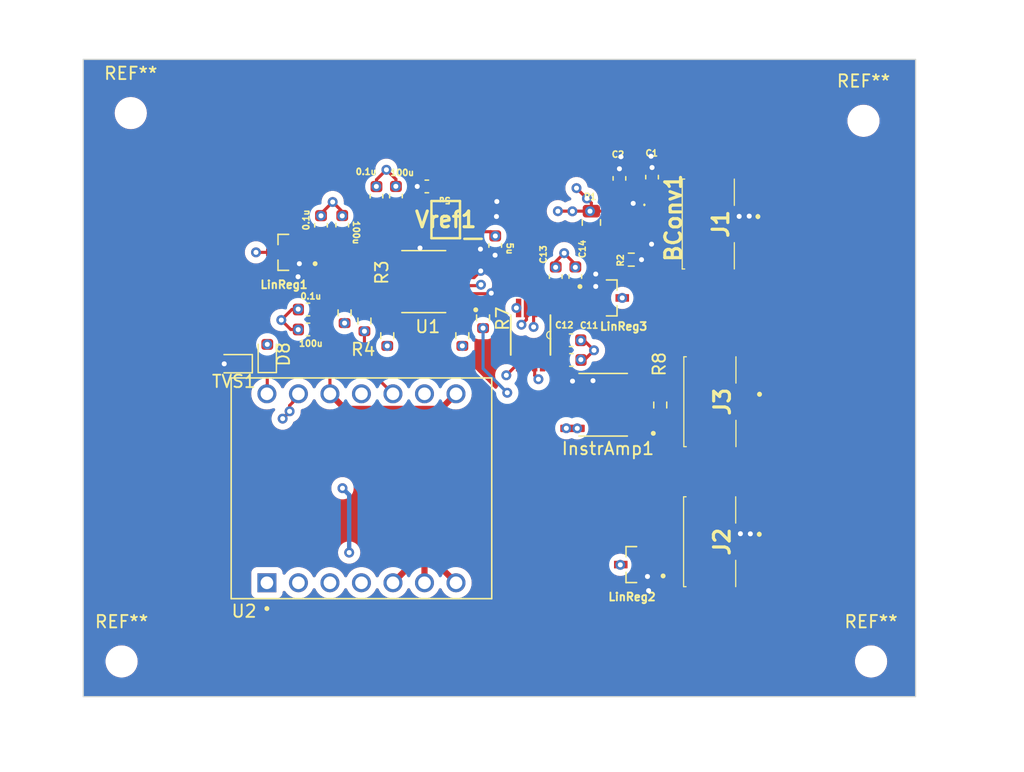
<source format=kicad_pcb>
(kicad_pcb (version 20221018) (generator pcbnew)
  (layers (0 "F.Cu" signal) (1 "In1.Cu" signal) (2 "In2.Cu" signal) (31 "B.Cu" signal) (34 "B.Paste" user) (35 "F.Paste" user) (36 "B.SilkS" user "B.Silkscreen") (37 "F.SilkS" user "F.Silkscreen") (38 "B.Mask" user) (39 "F.Mask" user) (44 "Edge.Cuts" user))
  (net 0 "")
  (net 1 "Net-(BConv1-VIN)")
  (net 2 "GND")
  (net 3 "5.5V")
  (net 4 "Net-(BConv1-FB)")
  (net 7 "3v3")
  (net 8 "GND1")
  (net 9 "Net-(U1-REFP0)")
  (net 10 "Net-(LinReg1-VOUT)")
  (net 11 "Net-(DAC1-VOUT)")
  (net 12 "Net-(D8-K)")
  (net 13 "Net-(DAC1-VDD)")
  (net 14 "CS-DAC")
  (net 15 "SClk")
  (net 16 "MOSI")
  (net 17 "DacLoad")
  (net 18 "Net-(InstrAmp1--IN)")
  (net 19 "Net-(InstrAmp1-RG_1)")
  (net 20 "Net-(InstrAmp1-RG_2)")
  (net 21 "Net-(InstrAmp1-+IN)")
  (net 22 "AmplifiedSig")
  (net 23 "Net-(J2-Pin_2)")
  (net 24 "Net-(U1-~{DRDY})")
  (net 25 "Ready")
  (net 26 "Net-(U1-DOUT{slash}~DRDY)")
  (net 27 "MISO")
  (net 28 "Net-(U1-SCLK)")
  (net 29 "Net-(U1-DIN)")
  (net 30 "Net-(U1-~{CS})")
  (net 33 "CS-ADC")
  (footprint "Capacitor_SMD:C_0603_1608Metric" (layer "F.Cu") (at 121.22 117.46)
    (fp_text reference "C12")
    (fp_text value "100uF" hide)
  )
  (footprint "Resistor_SMD:R_0603_1608Metric" (layer "F.Cu") (at 102.94 113.66 -90)
    (fp_text reference "R3")
    (fp_text value "47" hide)
  )
  (footprint "Capacitor_SMD:C_0603_1608Metric" (layer "F.Cu") (at 107.08 104.24 90)
    (fp_text reference "C10" hide)
    (fp_text value "100uF" hide)
  )
  (footprint "Capacitor_SMD:C_0603_1608Metric" (layer "F.Cu") (at 125.09 102.815 90)
    (fp_text reference "C2")
    (fp_text value "47uF" hide)
  )
  (footprint "Capacitor_SMD:C_0603_1608Metric" (layer "F.Cu") (at 127.72 102.715 -90)
    (fp_text reference "C1")
    (fp_text value "22uF" hide)
  )
  (footprint "Capacitor_SMD:C_0603_1608Metric" (layer "F.Cu") (at 121.2 115.87)
    (fp_text reference "C11")
    (fp_text value "0.1uF" hide)
  )
  (footprint "Capacitor_SMD:C_0603_1608Metric" (layer "F.Cu") (at 121.5375 110.73 90)
    (fp_text reference "C14")
    (fp_text value "100uF" hide)
  )
  (footprint "Resistor_SMD:R_0603_1608Metric" (layer "F.Cu") (at 114.1 114.065 -90)
    (fp_text reference "R7")
    (fp_text value "47" hide)
  )
  (footprint "Resistor_SMD:R_0603_1608Metric" (layer "F.Cu") (at 112.43 115.5 -90)
    (fp_text reference "R5" hide)
    (fp_text value "47" hide)
  )
  (footprint "21xt_footprints:TPSM83100SIUR" (layer "F.Cu") (at 126.2 106.4 -90)
    (fp_text reference "BConv1")
    (fp_text value "TPSM83100SIUR" hide)
  )
  (footprint "21xt_footprints:SOT91P240X110-3N" (layer "F.Cu") (at 98.225 108.78 180)
    (fp_text reference "LinReg1")
    (fp_text value "AP2120N-5.0TRG1" hide)
  )
  (footprint "21xt_footprints:MOLEX_2pinSMD" (layer "F.Cu") (at 133.38 120.825 -90)
    (fp_text reference "J3")
    (fp_text value "GenConn2" hide)
  )
  (footprint "Diode_SMD:D_0603_1608Metric" (layer "F.Cu") (at 94.02 117.76 180)
    (fp_text reference "TVS1")
    (fp_text value "1.5KExxA" hide)
  )
  (footprint "MountingHole:MountingHole_2.1mm" (layer "F.Cu") (at 145.37 141.77)
    (fp_text reference "REF**")
    (fp_text value "MountingHole_2.1mm" hide)
  )
  (footprint "21xt_footprints:MOLEX_2pinSMD" (layer "F.Cu") (at 133.25 106.495 -90)
    (fp_text reference "J1")
    (fp_text value "GenConn3" hide)
  )
  (footprint "21xt_footprints:SOT91P240X110-3N" (layer "F.Cu") (at 124.2475 112.455)
    (fp_text reference "LinReg3")
    (fp_text value "AP2120N-5.0TRG1")
  )
  (footprint "21xt_footprints:SOP65P640X120-16N" (layer "F.Cu") (at 109.32 111.14 180)
    (fp_text reference "U1")
    (fp_text value "ADS1120")
  )
  (footprint "Resistor_SMD:R_0603_1608Metric" (layer "F.Cu") (at 104.54 114.315 -90)
    (fp_text reference "R4")
    (fp_text value "47" hide)
  )
  (footprint "Capacitor_SMD:C_0603_1608Metric" (layer "F.Cu") (at 115.08 108.23 90)
    (fp_text reference "C5" hide)
    (fp_text value "5uF" hide)
  )
  (footprint "Resistor_SMD:R_0805_2012Metric" (layer "F.Cu") (at 122.83 106.37 -90)
    (fp_text reference "R1")
    (fp_text value "806k" hide)
  )
  (footprint "MountingHole:MountingHole_2.1mm" (layer "F.Cu") (at 85.71 97.55)
    (fp_text reference "REF**")
    (fp_text value "MountingHole_2.1mm" hide)
  )
  (footprint "Capacitor_SMD:C_0603_1608Metric" (layer "F.Cu") (at 102.75 106.585 90)
    (fp_text reference "C7" hide)
    (fp_text value "0.1uF" hide)
  )
  (footprint "Resistor_SMD:R_0603_1608Metric" (layer "F.Cu") (at 106.38 115.5 -90)
    (fp_text reference "R6" hide)
    (fp_text value "47" hide)
  )
  (footprint "MountingHole:MountingHole_2.1mm" (layer "F.Cu") (at 84.97 141.77)
    (fp_text reference "REF**")
    (fp_text value "MountingHole_2.1mm" hide)
  )
  (footprint "21xt_footprints:AD5626" (layer "F.Cu") (at 117.93 115.45 -90)
    (fp_text reference "DAC1" hide)
    (fp_text value "AD5626BRMZ" hide)
  )
  (footprint "Capacitor_SMD:C_0603_1608Metric" (layer "F.Cu") (at 101.04 106.595 90)
    (fp_text reference "C8" hide)
    (fp_text value "100uF" hide)
  )
  (footprint "MountingHole:MountingHole_2.1mm" (layer "F.Cu") (at 144.76 98.17)
    (fp_text reference "REF**")
    (fp_text value "MountingHole_2.1mm" hide)
  )
  (footprint "21xt_footprints:MOLEX_2pinSMD" (layer "F.Cu") (at 133.36 132.115 -90)
    (fp_text reference "J2")
    (fp_text value "GenConn1" hide)
  )
  (footprint "Resistor_SMD:R_0603_1608Metric" (layer "F.Cu") (at 126.045 109.37)
    (fp_text reference "R2")
    (fp_text value "80.6k" hide)
  )
  (footprint "Capacitor_SMD:C_0603_1608Metric" (layer "F.Cu") (at 99.99 113.39 180)
    (fp_text reference "C4" hide)
    (fp_text value "100uF" hide)
  )
  (footprint "21xt_footprints:SOT91P240X110-3N" (layer "F.Cu") (at 126.27 133.96 180)
    (fp_text reference "LinReg2")
    (fp_text value "AP2120N-5.0TRG1")
  )
  (footprint "21xt_footprints:MODULE_102010388" (layer "F.Cu") (at 104.3 127.8075 90)
    (fp_text reference "U2")
    (fp_text value "102010388" hide)
  )
  (footprint "Resistor_SMD:R_0603_1608Metric" (layer "F.Cu") (at 128.38 121.09 90)
    (fp_text reference "R8")
    (fp_text value "24.7" hide)
  )
  (footprint "21xt_footprints:INA821" (layer "F.Cu") (at 123.78 121.07 180)
    (fp_text reference "InstrAmp1")
    (fp_text value "INA821IDGKT" hide)
  )
  (footprint "Capacitor_SMD:C_0603_1608Metric" (layer "F.Cu") (at 99.99 115 180)
    (fp_text reference "C3" hide)
    (fp_text value "0.1uF" hide)
  )
  (footprint "Capacitor_SMD:C_0603_1608Metric" (layer "F.Cu") (at 119.9575 110.735 90)
    (fp_text reference "C13")
    (fp_text value "0.1uF" hide)
  )
  (footprint "Capacitor_SMD:C_0603_1608Metric" (layer "F.Cu") (at 109.57 103.465 180)
    (fp_text reference "C6" hide)
    (fp_text value "5uF" hide)
  )
  (footprint "Capacitor_SMD:C_0603_1608Metric" (layer "F.Cu") (at 105.51 104.25 90)
    (fp_text reference "C9" hide)
    (fp_text value "0.1uF" hide)
  )
  (footprint "21xt_footprints:REF70" (layer "F.Cu") (at 111.09 106.14 180)
    (fp_text reference "Vref1")
    (fp_text value "REF7050QDGKR" hide)
  )
  (footprint "Diode_SMD:D_0603_1608Metric" (layer "F.Cu") (at 96.71 116.99 90)
    (fp_text reference "D8")
    (fp_text value "Schottky" hide)
  )
  (gr_rect (start 81.88 93.22) (end 148.96 144.61) (stroke (width 0.1)) (fill none) (layer "Edge.Cuts"))
  (gr_text "0.1u" (at 99.84 106.17 90) (layer "F.SilkS") (effects (font (size 0.5 0.5) (thickness 0.125))))
  (gr_text "0.1u" (at 104.67 102.275) (layer "F.SilkS") (effects (font (size 0.5 0.5) (thickness 0.125))))
  (gr_text "5u" (at 111.015 104.585 180) (layer "F.SilkS") (effects (font (size 0.5 0.5) (thickness 0.125))))
  (gr_text "100u" (at 107.58 102.355) (layer "F.SilkS") (effects (font (size 0.5 0.5) (thickness 0.125))))
  (gr_text "5u" (at 116.25731 108.475 -90) (layer "F.SilkS") (effects (font (size 0.5 0.5) (thickness 0.125))))
  (gr_text "0.1u" (at 100.22 112.32) (layer "F.SilkS") (effects (font (size 0.5 0.5) (thickness 0.125))))
  (gr_text "100u" (at 103.88 107.185 -90) (layer "F.SilkS") (effects (font (size 0.5 0.5) (thickness 0.125))))
  (gr_text "100u" (at 100.22 116.13) (layer "F.SilkS") (effects (font (size 0.5 0.5) (thickness 0.125))))
  (segment (start 135.15 107.12) (end 131.35 107.12) (width 0.25) (layer "F.Cu") (net 1))
  (segment (start 127.1 104.11) (end 127.72 103.49) (width 0.25) (layer "F.Cu") (net 1))
  (segment (start 127.1 105.8) (end 127.1 104.11) (width 0.25) (layer "F.Cu") (net 1))
  (segment (start 131.35 107.12) (end 127.72 103.49) (width 0.25) (layer "F.Cu") (net 1))
  (segment (start 113.29 105.165) (end 114.725 105.165) (width 0.25) (layer "F.Cu") (net 2))
  (segment (start 123.18 110.53) (end 123.18 110.2475) (width 0.25) (layer "F.Cu") (net 2))
  (segment (start 123.1775 111.54) (end 123.1775 111.5325) (width 0.25) (layer "F.Cu") (net 2))
  (segment (start 127.72 101.11) (end 127.64 101.03) (width 0.25) (layer "F.Cu") (net 2))
  (segment (start 127.34 134.91) (end 127.35 134.92) (width 0.25) (layer "F.Cu") (net 2))
  (segment (start 99.38 109.695) (end 99.405 109.72) (width 0.25) (layer "F.Cu") (net 2))
  (segment (start 105.655 110.165) (end 106.45 110.165) (width 0.25) (layer "F.Cu") (net 2))
  (segment (start 114.375 109.005) (end 113.89 108.52) (width 0.25) (layer "F.Cu") (net 2))
  (segment (start 125.9 107.265) (end 126.755 108.12) (width 0.25) (layer "F.Cu") (net 2))
  (segment (start 99.295 110.645) (end 99.19 110.75) (width 0.25) (layer "F.Cu") (net 2))
  (segment (start 113.46 108.865) (end 113.545 108.865) (width 0.25) (layer "F.Cu") (net 2))
  (segment (start 123.18 111.53) (end 123.1775 111.5275) (width 0.25) (layer "F.Cu") (net 2))
  (segment (start 114.725 105.165) (end 115.21 104.68) (width 0.25) (layer "F.Cu") (net 2))
  (segment (start 115.07 109.01) (end 115.065 109.005) (width 0.25) (layer "F.Cu") (net 2))
  (segment (start 125.9 105.13) (end 126.2 104.83) (width 0.25) (layer "F.Cu") (net 2))
  (segment (start 123.1675 111.475) (end 123.1775 111.465) (width 0.25) (layer "F.Cu") (net 2))
  (segment (start 126.5 105.8) (end 126.5 105.13) (width 0.25) (layer "F.Cu") (net 2))
  (segment (start 125.09 101.19) (end 125.21 101.07) (width 0.25) (layer "F.Cu") (net 2))
  (segment (start 108.89 108.3) (end 109.02 108.43) (width 0.25) (layer "F.Cu") (net 2))
  (segment (start 93.2325 117.76) (end 93.24 117.77) (width 0.25) (layer "F.Cu") (net 2))
  (segment (start 104.33 108.84) (end 105.655 110.165) (width 0.25) (layer "F.Cu") (net 2))
  (segment (start 123.1775 111.5325) (end 123.18 111.53) (width 0.25) (layer "F.Cu") (net 2))
  (segment (start 93.24 117.77) (end 93.22 117.74) (width 0.25) (layer "F.Cu") (net 2))
  (segment (start 108.795 103.465) (end 108.795 105.07) (width 0.25) (layer "F.Cu") (net 2))
  (segment (start 126.5 105.13) (end 126.2 104.83) (width 0.25) (layer "F.Cu") (net 2))
  (segment (start 115.065 109.005) (end 115.05 109.005) (width 0.25) (layer "F.Cu") (net 2))
  (segment (start 114.97 109.005) (end 114.375 109.005) (width 0.25) (layer "F.Cu") (net 2))
  (segment (start 115.075 109.005) (end 115.08 109.005) (width 0.25) (layer "F.Cu") (net 2))
  (segment (start 123.1775 111.485) (end 123.1675 111.475) (width 0.25) (layer "F.Cu") (net 2))
  (segment (start 112.19 110.815) (end 113.375 110.815) (width 0.25) (layer "F.Cu") (net 2))
  (segment (start 112.19 112.115) (end 114.715 112.115) (width 0.25) (layer "F.Cu") (net 2))
  (segment (start 122.925 119.165) (end 122.96 119.13) (width 0.25) (layer "F.Cu") (net 2))
  (segment (start 123.18 110.2475) (end 123.1575 110.225) (width 0.25) (layer "F.Cu") (net 2))
  (segment (start 127.34 135.96) (end 127.44 136.06) (width 0.25) (layer "F.Cu") (net 2))
  (segment (start 127.72 101.94) (end 127.72 101.11) (width 0.25) (layer "F.Cu") (net 2))
  (segment (start 125.9 105.8) (end 125.9 105.13) (width 0.25) (layer "F.Cu") (net 2))
  (segment (start 121.31 119.165) (end 122.925 119.165) (width 0.25) (layer "F.Cu") (net 2))
  (segment (start 108.795 105.07) (end 108.89 105.165) (width 0.25) (layer "F.Cu") (net 2))
  (segment (start 115.01 109.045) (end 114.97 109.005) (width 0.25) (layer "F.Cu") (net 2))
  (segment (start 112.19 108.865) (end 113.46 108.865) (width 0.25) (layer "F.Cu") (net 2))
  (segment (start 113.29 105.815) (end 115.105 105.815) (width 0.25) (layer "F.Cu") (net 2))
  (segment (start 115.105 105.815) (end 115.18 105.89) (width 0.25) (layer "F.Cu") (net 2))
  (segment (start 127.34 134.875) (end 127.34 134.91) (width 0.25) (layer "F.Cu") (net 2))
  (segment (start 123.1775 111.5275) (end 123.1775 111.485) (width 0.25) (layer "F.Cu") (net 2))
  (segment (start 113.545 108.865) (end 113.89 108.52) (width 0.25) (layer "F.Cu") (net 2))
  (segment (start 125.9 107) (end 125.9 107.265) (width 0.25) (layer "F.Cu") (net 2))
  (segment (start 115.05 109.005) (end 115.01 109.045) (width 0.25) (layer "F.Cu") (net 2))
  (segment (start 127.34 134.93) (end 127.34 135.96) (width 0.25) (layer "F.Cu") (net 2))
  (segment (start 108.89 107.115) (end 108.89 108.3) (width 0.25) (layer "F.Cu") (net 2))
  (segment (start 126.755 108.12) (end 127.68 108.12) (width 0.25) (layer "F.Cu") (net 2))
  (segment (start 127.35 134.92) (end 127.34 134.93) (width 0.25) (layer "F.Cu") (net 2))
  (segment (start 123.18 111.53) (end 123.18 110.53) (width 0.25) (layer "F.Cu") (net 2))
  (segment (start 125.9 107.25462) (end 125.9 107) (width 0.25) (layer "F.Cu") (net 2))
  (segment (start 123.18 110.2475) (end 123.1775 110.245) (width 0.25) (layer "F.Cu") (net 2))
  (segment (start 114.715 112.115) (end 114.76 112.07) (width 0.25) (layer "F.Cu") (net 2))
  (segment (start 99.405 109.72) (end 99.405 109.73) (width 0.25) (layer "F.Cu") (net 2))
  (segment (start 115.07 109.01) (end 115.075 109.005) (width 0.25) (layer "F.Cu") (net 2))
  (segment (start 125.09 102.04) (end 125.09 101.19) (width 0.25) (layer "F.Cu") (net 2))
  (segment (start 113.375 110.815) (end 113.91 110.28) (width 0.25) (layer "F.Cu") (net 2))
  (segment (start 99.295 109.695) (end 99.295 110.645) (width 0.25) (layer "F.Cu") (net 2))
  (via (at 114.76 112.07) (size 0.8) (drill 0.4) (layers "F.Cu" "B.Cu") (net 2))
  (via (at 127.64 101.03) (size 0.8) (drill 0.4) (layers "F.Cu" "B.Cu") (net 2))
  (via (at 126.87 109.37) (size 0.8) (drill 0.4) (layers "F.Cu" "B.Cu") (net 2))
  (via (at 113.89 108.52) (size 0.8) (drill 0.4) (layers "F.Cu" "B.Cu") (net 2))
  (via (at 135.55 105.86) (size 0.8) (drill 0.4) (layers "F.Cu" "B.Cu") (net 2))
  (via (at 127.72 101.94) (size 0.8) (drill 0.4) (layers "F.Cu" "B.Cu") (net 2))
  (via (at 113.91 110.28) (size 0.8) (drill 0.4) (layers "F.Cu" "B.Cu") (net 2))
  (via (at 115.21 104.68) (size 0.8) (drill 0.4) (layers "F.Cu" "B.Cu") (net 2))
  (via (at 126.2 104.83) (size 0.8) (drill 0.4) (layers "F.Cu" "B.Cu") (net 2))
  (via (at 127.35 134.92) (size 0.8) (drill 0.4) (layers "F.Cu" "B.Cu") (net 2))
  (via (at 93.24 117.77) (size 0.8) (drill 0.4) (layers "F.Cu" "B.Cu") (net 2))
  (via (at 125.09 102.04) (size 0.8) (drill 0.4) (layers "F.Cu" "B.Cu") (net 2))
  (via (at 99.19 110.75) (size 0.8) (drill 0.4) (layers "F.Cu" "B.Cu") (net 2))
  (via (at 121.31 119.165) (size 0.8) (drill 0.4) (layers "F.Cu" "B.Cu") (net 2))
  (via (at 122.96 119.13) (size 0.8) (drill 0.4) (layers "F.Cu" "B.Cu") (net 2))
  (via (at 123.18 111.53) (size 0.8) (drill 0.4) (layers "F.Cu" "B.Cu") (net 2))
  (via (at 127.68 108.12) (size 0.8) (drill 0.4) (layers "F.Cu" "B.Cu") (net 2))
  (via (at 134.84 131.47) (size 0.8) (drill 0.4) (layers "F.Cu" "B.Cu") (net 2))
  (via (at 135.64 131.48) (size 0.8) (drill 0.4) (layers "F.Cu" "B.Cu") (net 2))
  (via (at 127.44 136.06) (size 0.8) (drill 0.4) (layers "F.Cu" "B.Cu") (net 2))
  (via (at 108.795 103.465) (size 0.8) (drill 0.4) (layers "F.Cu" "B.Cu") (net 2))
  (via (at 125.21 101.07) (size 0.8) (drill 0.4) (layers "F.Cu" "B.Cu") (net 2))
  (via (at 123.18 110.53) (size 0.8) (drill 0.4) (layers "F.Cu" "B.Cu") (net 2))
  (via (at 134.74 105.88) (size 0.8) (drill 0.4) (layers "F.Cu" "B.Cu") (net 2))
  (via (at 115.07 109.01) (size 0.8) (drill 0.4) (layers "F.Cu" "B.Cu") (net 2))
  (via (at 115.18 105.89) (size 0.8) (drill 0.4) (layers "F.Cu" "B.Cu") (net 2))
  (via (at 99.295 109.695) (size 0.8) (drill 0.4) (layers "F.Cu" "B.Cu") (net 2))
  (via (at 109.02 108.43) (size 0.8) (drill 0.4) (layers "F.Cu" "B.Cu") (net 2))
  (segment (start 122.72 105.46) (end 122.7175 105.4575) (width 0.25) (layer "F.Cu") (net 3))
  (segment (start 122.83 105.4575) (end 124.9575 105.4575) (width 0.25) (layer "F.Cu") (net 3))
  (segment (start 97.155 108.78) (end 95.8 108.78) (width 0.25) (layer "F.Cu") (net 3))
  (segment (start 121.3 105.47) (end 121.2875 105.4575) (width 0.25) (layer "F.Cu") (net 3))
  (segment (start 115.09 107.465) (end 115.08 107.455) (width 0.25) (layer "F.Cu") (net 3))
  (segment (start 121.3125 105.4575) (end 121.3 105.47) (width 0.25) (layer "F.Cu") (net 3))
  (segment (start 122.83 104.8) (end 122.47 104.44) (width 0.25) (layer "F.Cu") (net 3))
  (segment (start 122.7225 105.4575) (end 122.72 105.46) (width 0.25) (layer "F.Cu") (net 3))
  (segment (start 124.9575 105.4575) (end 125.3 105.8) (width 0.25) (layer "F.Cu") (net 3))
  (segment (start 122.7175 105.4575) (end 121.3125 105.4575) (width 0.25) (layer "F.Cu") (net 3))
  (segment (start 125.09 103.59) (end 125.09 105.59) (width 0.25) (layer "F.Cu") (net 3))
  (segment (start 122.47 104.44) (end 121.63 103.6) (width 0.25) (layer "F.Cu") (net 3))
  (segment (start 115.09 107.46) (end 115.09 107.465) (width 0.25) (layer "F.Cu") (net 3))
  (segment (start 114.74 107.115) (end 115.085 107.46) (width 0.25) (layer "F.Cu") (net 3))
  (segment (start 113.29 107.115) (end 113.29 106.465) (width 0.25) (layer "F.Cu") (net 3))
  (segment (start 115.085 107.46) (end 115.09 107.46) (width 0.25) (layer "F.Cu") (net 3))
  (segment (start 120.1325 105.4575) (end 120.13 105.46) (width 0.25) (layer "F.Cu") (net 3))
  (segment (start 113.29 107.115) (end 114.74 107.115) (width 0.25) (layer "F.Cu") (net 3))
  (segment (start 125.09 105.59) (end 125.3 105.8) (width 0.25) (layer "F.Cu") (net 3))
  (segment (start 122.83 105.4575) (end 122.83 104.8) (width 0.25) (layer "F.Cu") (net 3))
  (segment (start 121.2875 105.4575) (end 120.1325 105.4575) (width 0.25) (layer "F.Cu") (net 3))
  (segment (start 122.83 105.4575) (end 122.7225 105.4575) (width 0.25) (layer "F.Cu") (net 3))
  (via (at 120.81 122.965) (size 0.8) (drill 0.4) (layers "F.Cu" "B.Cu") (net 3))
  (via (at 115.09 107.46) (size 0.8) (drill 0.4) (layers "F.Cu" "B.Cu") (net 3))
  (via (at 121.3 105.47) (size 0.8) (drill 0.4) (layers "F.Cu" "B.Cu") (net 3))
  (via (at 125.3175 112.455) (size 0.8) (drill 0.4) (layers "F.Cu" "B.Cu") (net 3))
  (via (at 121.63 103.6) (size 0.8) (drill 0.4) (layers "F.Cu" "B.Cu") (net 3))
  (via (at 96.71 116.2025) (size 0.8) (drill 0.4) (layers "F.Cu" "B.Cu") (net 3))
  (via (at 120.13 105.46) (size 0.8) (drill 0.4) (layers "F.Cu" "B.Cu") (net 3))
  (via (at 121.69 122.975) (size 0.8) (drill 0.4) (layers "F.Cu" "B.Cu") (net 3))
  (via (at 122.47 104.44) (size 0.8) (drill 0.4) (layers "F.Cu" "B.Cu") (net 3))
  (via (at 125.16 133.98) (size 0.8) (drill 0.4) (layers "F.Cu" "B.Cu") (net 3))
  (via (at 95.8 108.78) (size 0.8) (drill 0.4) (layers "F.Cu" "B.Cu") (net 3))
  (via (at 122.72 105.46) (size 0.8) (drill 0.4) (layers "F.Cu" "B.Cu") (net 3))
  (segment (start 125.0175 107.2825) (end 122.83 107.2825) (width 0.25) (layer "F.Cu") (net 4))
  (segment (start 125.22 109.37) (end 125.22 107.08) (width 0.25) (layer "F.Cu") (net 4))
  (segment (start 125.3 107) (end 125.0175 107.2825) (width 0.25) (layer "F.Cu") (net 4))
  (segment (start 125.22 107.08) (end 125.3 107) (width 0.25) (layer "F.Cu") (net 4))
  (segment (start 101.74 114.16) (end 101.76 114.14) (width 0.25) (layer "F.Cu") (net 7))
  (segment (start 109.38 133.14) (end 109.38 135.4275) (width 0.5) (layer "F.Cu") (net 7))
  (segment (start 109.2075 133.06) (end 106.84 135.4275) (width 0.5) (layer "F.Cu") (net 7))
  (segment (start 107.47 131.07) (end 109.46 133.06) (width 0.5) (layer "F.Cu") (net 7))
  (segment (start 106.45 111.465) (end 102.815 111.465) (width 0.25) (layer "F.Cu") (net 7))
  (segment (start 101.76 114.14) (end 101.76 120.1875) (width 0.25) (layer "F.Cu") (net 7))
  (segment (start 109.46 133.06) (end 109.38 133.14) (width 0.5) (layer "F.Cu") (net 7))
  (segment (start 110.705 121.4025) (end 107.47 121.4025) (width 0.5) (layer "F.Cu") (net 7))
  (segment (start 102.975 121.4025) (end 101.76 120.1875) (width 0.5) (layer "F.Cu") (net 7))
  (segment (start 100.765 114.16) (end 101.74 114.16) (width 0.25) (layer "F.Cu") (net 7))
  (segment (start 107.47 121.4025) (end 102.975 121.4025) (width 0.5) (layer "F.Cu") (net 7))
  (segment (start 109.46 133.06) (end 109.5525 133.06) (width 0.5) (layer "F.Cu") (net 7))
  (segment (start 109.46 133.06) (end 109.2075 133.06) (width 0.5) (layer "F.Cu") (net 7))
  (segment (start 107.47 121.4025) (end 107.47 131.07) (width 0.5) (layer "F.Cu") (net 7))
  (segment (start 102.815 111.465) (end 101.76 112.52) (width 0.25) (layer "F.Cu") (net 7))
  (segment (start 100.765 114.16) (end 100.765 113.39) (width 0.25) (layer "F.Cu") (net 7))
  (segment (start 109.5525 133.06) (end 111.92 135.4275) (width 0.5) (layer "F.Cu") (net 7))
  (segment (start 111.92 120.1875) (end 110.705 121.4025) (width 0.5) (layer "F.Cu") (net 7))
  (segment (start 100.765 115) (end 100.765 114.16) (width 0.25) (layer "F.Cu") (net 7))
  (segment (start 101.76 112.52) (end 101.76 114.14) (width 0.25) (layer "F.Cu") (net 7))
  (segment (start 101.04 105.83) (end 101.04 105.66) (width 0.25) (layer "F.Cu") (net 8))
  (segment (start 98.51 121.6) (end 98.51 121.13) (width 0.25) (layer "F.Cu") (net 8))
  (segment (start 99.2 113.36) (end 98.69 113.39) (width 0.25) (layer "F.Cu") (net 8))
  (segment (start 123.04 116.68) (end 122.23 115.87) (width 0.25) (layer "F.Cu") (net 8))
  (segment (start 119.9575 109.525) (end 120.6375 108.845) (width 0.25) (layer "F.Cu") (net 8))
  (segment (start 121.98 115.89) (end 121.975 115.87) (width 0.25) (layer "F.Cu") (net 8))
  (segment (start 118.2602 118.7102) (end 118.56 119.01) (width 0.25) (layer "F.Cu") (net 8))
  (segment (start 105.5 103.465) (end 105.51 102.92) (width 0.25) (layer "F.Cu") (net 8))
  (segment (start 107.08 102.89) (end 106.31 102.12) (width 0.25) (layer "F.Cu") (net 8))
  (segment (start 107.07 103.455) (end 107.08 102.89) (width 0.25) (layer "F.Cu") (net 8))
  (segment (start 121.5375 109.985) (end 121.5375 109.745) (width 0.25) (layer "F.Cu") (net 8))
  (segment (start 121.5375 109.955) (end 121.5375 109.985) (width 0.25) (layer "F.Cu") (net 8))
  (segment (start 121.98 117.43) (end 121.995 117.46) (width 0.25) (layer "F.Cu") (net 8))
  (segment (start 121.5375 109.745) (end 120.6375 108.845) (width 0.25) (layer "F.Cu") (net 8))
  (segment (start 99.19 115) (end 98.6 115) (width 0.25) (layer "F.Cu") (net 8))
  (segment (start 101.04 105.66) (end 101.98 104.72) (width 0.25) (layer "F.Cu") (net 8))
  (segment (start 98.69 113.39) (end 97.84 114.24) (width 0.25) (layer "F.Cu") (net 8))
  (segment (start 105.51 103.475) (end 105.5 103.465) (width 0.25) (layer "F.Cu") (net 8))
  (segment (start 101.04 105.82) (end 101.04 105.83) (width 0.25) (layer "F.Cu") (net 8))
  (segment (start 102.75 105.81) (end 102.75 105.84) (width 0.25) (layer "F.Cu") (net 8))
  (segment (start 119.9475 109.985) (end 119.9575 109.525) (width 0.25) (layer "F.Cu") (net 8))
  (segment (start 105.51 102.92) (end 106.31 102.12) (width 0.25) (layer "F.Cu") (net 8))
  (segment (start 119.9575 109.96) (end 119.9475 109.985) (width 0.25) (layer "F.Cu") (net 8))
  (segment (start 102.75 105.49) (end 101.98 104.72) (width 0.25) (layer "F.Cu") (net 8))
  (segment (start 107.08 103.465) (end 107.07 103.455) (width 0.25) (layer "F.Cu") (net 8))
  (segment (start 102.75 105.84) (end 102.75 105.49) (width 0.25) (layer "F.Cu") (net 8))
  (segment (start 118.2602 117.6344) (end 118.2602 118.7102) (width 0.25) (layer "F.Cu") (net 8))
  (segment (start 113.8555 111.465) (end 113.93 111.3905) (width 0.25) (layer "F.Cu") (net 8))
  (segment (start 123.04 116.68) (end 122.26 117.46) (width 0.25) (layer "F.Cu") (net 8))
  (segment (start 99.215 113.39) (end 99.2 113.36) (width 0.25) (layer "F.Cu") (net 8))
  (segment (start 98.51 121.63) (end 97.95 122.19) (width 0.25) (layer "F.Cu") (net 8))
  (segment (start 98.51 121.13) (end 98.77 120.87) (width 0.25) (layer "F.Cu") (net 8))
  (segment (start 99.215 115) (end 99.21 115) (width 0.25) (layer "F.Cu") (net 8))
  (segment (start 98.77 120.6375) (end 99.22 120.1875) (width 0.25) (layer "F.Cu") (net 8))
  (segment (start 98.6 115) (end 97.84 114.24) (width 0.25) (layer "F.Cu") (net 8))
  (segment (start 122.26 117.46) (end 121.98 117.43) (width 0.25) (layer "F.Cu") (net 8))
  (segment (start 112.19 111.465) (end 113.8555 111.465) (width 0.25) (layer "F.Cu") (net 8))
  (segment (start 122.23 115.87) (end 121.98 115.89) (width 0.25) (layer "F.Cu") (net 8))
  (segment (start 98.77 120.87) (end 98.77 120.6375) (width 0.25) (layer "F.Cu") (net 8))
  (segment (start 99.21 115) (end 99.2 115.01) (width 0.25) (layer "F.Cu") (net 8))
  (segment (start 99.2 115.01) (end 99.19 115) (width 0.25) (layer "F.Cu") (net 8))
  (via (at 97.84 114.24) (size 0.8) (drill 0.4) (layers "F.Cu" "B.Cu") (net 8))
  (via (at 105.5 103.465) (size 0.8) (drill 0.4) (layers "F.Cu" "B.Cu") (net 8))
  (via (at 121.98 115.89) (size 0.8) (drill 0.4) (layers "F.Cu" "B.Cu") (net 8))
  (via (at 99.2 115.01) (size 0.8) (drill 0.4) (layers "F.Cu" "B.Cu") (net 8))
  (via (at 123.04 116.68) (size 0.8) (drill 0.4) (layers "F.Cu" "B.Cu") (net 8))
  (via (at 101.98 104.72) (size 0.8) (drill 0.4) (layers "F.Cu" "B.Cu") (net 8))
  (via (at 98.51 121.6) (size 0.8) (drill 0.4) (layers "F.Cu" "B.Cu") (net 8))
  (via (at 121.98 117.43) (size 0.8) (drill 0.4) (layers "F.Cu" "B.Cu") (net 8))
  (via (at 113.93 111.3905) (size 0.8) (drill 0.4) (layers "F.Cu" "B.Cu") (net 8))
  (via (at 106.31 102.12) (size 0.8) (drill 0.4) (layers "F.Cu" "B.Cu") (net 8))
  (via (at 118.56 119.01) (size 0.8) (drill 0.4) (layers "F.Cu" "B.Cu") (net 8))
  (via (at 121.5375 109.985) (size 0.8) (drill 0.4) (layers "F.Cu" "B.Cu") (net 8))
  (via (at 120.6375 108.845) (size 0.8) (drill 0.4) (layers "F.Cu" "B.Cu") (net 8))
  (via (at 102.75 105.84) (size 0.8) (drill 0.4) (layers "F.Cu" "B.Cu") (net 8))
  (via (at 101.04 105.83) (size 0.8) (drill 0.4) (layers "F.Cu" "B.Cu") (net 8))
  (via (at 107.07 103.455) (size 0.8) (drill 0.4) (layers "F.Cu" "B.Cu") (net 8))
  (via (at 119.9475 109.985) (size 0.8) (drill 0.4) (layers "F.Cu" "B.Cu") (net 8))
  (via (at 97.95 122.19) (size 0.8) (drill 0.4) (layers "F.Cu" "B.Cu") (net 8))
  (via (at 99.2 113.36) (size 0.8) (drill 0.4) (layers "F.Cu" "B.Cu") (net 8))
  (segment (start 106.3 105.015) (end 106.3 106.32) (width 0.25) (layer "F.Cu") (net 9))
  (segment (start 108.89 105.815) (end 108.89 106.165) (width 0.25) (layer "F.Cu") (net 9))
  (segment (start 108.15538 106.465) (end 107.30019 107.32019) (width 0.25) (layer "F.Cu") (net 9))
  (segment (start 106.3 106.32) (end 107.30019 107.32019) (width 0.25) (layer "F.Cu") (net 9))
  (segment (start 106.45 108.17038) (end 106.45 108.865) (width 0.25) (layer "F.Cu") (net 9))
  (segment (start 106.3 105.015) (end 105.52 105.015) (width 0.25) (layer "F.Cu") (net 9))
  (segment (start 106.45 108.17038) (end 107.30019 107.32019) (width 0.25) (layer "F.Cu") (net 9))
  (segment (start 108.89 105.815) (end 109.62462 105.815) (width 0.25) (layer "F.Cu") (net 9))
  (segment (start 108.89 106.165) (end 108.89 106.465) (width 0.25) (layer "F.Cu") (net 9))
  (segment (start 110.345 105.09462) (end 110.345 103.465) (width 0.25) (layer "F.Cu") (net 9))
  (segment (start 109.62462 105.815) (end 110.345 105.09462) (width 0.25) (layer "F.Cu") (net 9))
  (segment (start 108.89 106.465) (end 108.15538 106.465) (width 0.25) (layer "F.Cu") (net 9))
  (segment (start 107.08 105.015) (end 106.3 105.015) (width 0.25) (layer "F.Cu") (net 9))
  (segment (start 105.52 105.015) (end 105.51 105.025) (width 0.25) (layer "F.Cu") (net 9))
  (segment (start 101.86 107.36) (end 101.86 108.31) (width 0.25) (layer "F.Cu") (net 10))
  (segment (start 99.9225 108.4925) (end 102.0425 108.4925) (width 0.25) (layer "F.Cu") (net 10))
  (segment (start 101.05 107.36) (end 101.04 107.37) (width 0.25) (layer "F.Cu") (net 10))
  (segment (start 102.0425 108.4925) (end 104.365 110.815) (width 0.25) (layer "F.Cu") (net 10))
  (segment (start 99.295 107.865) (end 99.9225 108.4925) (width 0.25) (layer "F.Cu") (net 10))
  (segment (start 104.365 110.815) (end 106.45 110.815) (width 0.25) (layer "F.Cu") (net 10))
  (segment (start 101.86 108.31) (end 102.0425 108.4925) (width 0.25) (layer "F.Cu") (net 10))
  (segment (start 101.86 107.36) (end 101.05 107.36) (width 0.25) (layer "F.Cu") (net 10))
  (segment (start 102.75 107.36) (end 101.86 107.36) (width 0.25) (layer "F.Cu") (net 10))
  (segment (start 120.36 116.82) (end 120.36 117.565) (width 0.25) (layer "F.Cu") (net 11))
  (segment (start 120.445 117.46) (end 119.82 118.085) (width 0.25) (layer "F.Cu") (net 11))
  (segment (start 119.8596 116.67) (end 118.8952 117.6344) (width 0.25) (layer "F.Cu") (net 11))
  (segment (start 120.36 115.995) (end 120.36 116.82) (width 0.25) (layer "F.Cu") (net 11))
  (segment (start 119.82 119.93) (end 120.325 120.435) (width 0.25) (layer "F.Cu") (net 11))
  (segment (start 120.325 120.435) (end 121.31 120.435) (width 0.25) (layer "F.Cu") (net 11))
  (segment (start 120.36 116.82) (end 120.21 116.67) (width 0.25) (layer "F.Cu") (net 11))
  (segment (start 119.82 118.085) (end 119.82 119.93) (width 0.25) (layer "F.Cu") (net 11))
  (segment (start 120.21 116.67) (end 119.8596 116.67) (width 0.25) (layer "F.Cu") (net 11))
  (segment (start 94.825 117.7775) (end 94.8075 117.76) (width 0.25) (layer "F.Cu") (net 12))
  (segment (start 96.71 120.1575) (end 96.68 120.1875) (width 0.25) (layer "F.Cu") (net 12))
  (segment (start 96.71 117.7775) (end 96.71 120.1575) (width 0.25) (layer "F.Cu") (net 12))
  (segment (start 96.71 117.7775) (end 94.825 117.7775) (width 0.25) (layer "F.Cu") (net 12))
  (segment (start 123.1775 113.37) (end 121.1975 113.37) (width 0.25) (layer "F.Cu") (net 13))
  (segment (start 119.9575 113.08) (end 120.2475 113.37) (width 0.25) (layer "F.Cu") (net 13))
  (segment (start 121.5375 111.505) (end 121.5375 113.03) (width 0.25) (layer "F.Cu") (net 13))
  (segment (start 121.5375 113.03) (end 121.1975 113.37) (width 0.25) (layer "F.Cu") (net 13))
  (segment (start 118.9996 113.37) (end 118.8952 113.2656) (width 0.25) (layer "F.Cu") (net 13))
  (segment (start 119.9575 111.51) (end 119.9575 113.08) (width 0.25) (layer "F.Cu") (net 13))
  (segment (start 120.2475 113.37) (end 118.9996 113.37) (width 0.25) (layer "F.Cu") (net 13))
  (segment (start 121.1975 113.37) (end 120.2475 113.37) (width 0.25) (layer "F.Cu") (net 13))
  (segment (start 118.17353 113.35227) (end 118.2602 113.2656) (width 0.25) (layer "F.Cu") (net 14))
  (segment (start 118.17353 114.795387) (end 118.17353 113.35227) (width 0.25) (layer "F.Cu") (net 14))
  (via (at 118.17353 114.795387) (size 0.8) (drill 0.4) (layers "F.Cu" "B.Cu") (net 14))
  (segment (start 117.5998 114.205084) (end 117.5998 113.2656) (width 0.25) (layer "F.Cu") (net 15))
  (segment (start 117.190565 114.614319) (end 117.5998 114.205084) (width 0.25) (layer "F.Cu") (net 15))
  (via (at 112.43 116.325) (size 0.8) (drill 0.4) (layers "F.Cu" "B.Cu") (net 15))
  (via (at 117.190565 114.614319) (size 0.8) (drill 0.4) (layers "F.Cu" "B.Cu") (net 15))
  (via (at 106.38 116.325) (size 0.8) (drill 0.4) (layers "F.Cu" "B.Cu") (net 16))
  (via (at 116.7844 113.2656) (size 0.8) (drill 0.4) (layers "F.Cu" "B.Cu") (net 16))
  (segment (start 116.9648 117.6344) (end 116.9648 117.70199) (width 0.25) (layer "F.Cu") (net 17))
  (segment (start 116.9648 117.70199) (end 115.973395 118.693395) (width 0.25) (layer "F.Cu") (net 17))
  (via (at 115.973395 118.693395) (size 0.8) (drill 0.4) (layers "F.Cu" "B.Cu") (net 17))
  (segment (start 134.41 122.32) (end 130.77 122.32) (width 0.25) (layer "F.Cu") (net 18))
  (segment (start 130.115 122.975) (end 126.25 122.975) (width 0.25) (layer "F.Cu") (net 18))
  (segment (start 135.28 121.45) (end 134.41 122.32) (width 0.25) (layer "F.Cu") (net 18))
  (segment (start 130.77 122.32) (end 130.115 122.975) (width 0.25) (layer "F.Cu") (net 18))
  (segment (start 128.38 121.915) (end 126.46 121.915) (width 0.25) (layer "F.Cu") (net 19))
  (segment (start 126.46 121.915) (end 126.25 121.705) (width 0.25) (layer "F.Cu") (net 19))
  (segment (start 126.42 120.265) (end 126.25 120.435) (width 0.25) (layer "F.Cu") (net 20))
  (segment (start 128.38 120.265) (end 126.42 120.265) (width 0.25) (layer "F.Cu") (net 20))
  (segment (start 134.245 119.165) (end 126.25 119.165) (width 0.25) (layer "F.Cu") (net 21))
  (segment (start 135.28 120.2) (end 134.245 119.165) (width 0.25) (layer "F.Cu") (net 21))
  (segment (start 115.965 121.705) (end 107.66 113.4) (width 0.45) (layer "F.Cu") (net 22))
  (segment (start 107.66 113.4) (end 107.66 109.81398) (width 0.45) (layer "F.Cu") (net 22))
  (segment (start 107.66 109.81398) (end 107.36102 109.515) (width 0.45) (layer "F.Cu") (net 22))
  (segment (start 107.36102 109.515) (end 106.45 109.515) (width 0.45) (layer "F.Cu") (net 22))
  (segment (start 121.31 121.705) (end 115.965 121.705) (width 0.45) (layer "F.Cu") (net 22))
  (segment (start 127.34 133.045) (end 134.955 133.045) (width 0.25) (layer "F.Cu") (net 23))
  (segment (start 134.955 133.045) (end 135.26 132.74) (width 0.25) (layer "F.Cu") (net 23))
  (segment (start 103.155 112.62) (end 104.773604 112.62) (width 0.25) (layer "F.Cu") (net 24))
  (segment (start 104.773604 112.62) (end 105.278604 112.115) (width 0.25) (layer "F.Cu") (net 24))
  (segment (start 102.94 112.835) (end 103.155 112.62) (width 0.25) (layer "F.Cu") (net 24))
  (segment (start 105.278604 112.115) (end 106.45 112.115) (width 0.25) (layer "F.Cu") (net 24))
  (via (at 102.77 127.8) (size 0.8) (drill 0.4) (layers "F.Cu" "B.Cu") (net 25))
  (via (at 103.31 132.99) (size 0.8) (drill 0.4) (layers "F.Cu" "B.Cu") (net 25))
  (via (at 102.94 114.485) (size 0.8) (drill 0.4) (layers "F.Cu" "B.Cu") (net 25))
  (segment (start 103.31 128.34) (end 102.77 127.8) (width 0.35) (layer "B.Cu") (net 25))
  (segment (start 103.31 132.99) (end 103.31 128.34) (width 0.35) (layer "B.Cu") (net 25))
  (segment (start 106.45 112.765) (end 105.265 112.765) (width 0.25) (layer "F.Cu") (net 26))
  (segment (start 105.265 112.765) (end 104.54 113.49) (width 0.25) (layer "F.Cu") (net 26))
  (segment (start 104.54 115.14) (end 104.54 117.8875) (width 0.25) (layer "F.Cu") (net 27))
  (segment (start 104.54 117.8875) (end 106.84 120.1875) (width 0.25) (layer "F.Cu") (net 27))
  (via (at 104.54 115.14) (size 0.8) (drill 0.4) (layers "F.Cu" "B.Cu") (net 27))
  (segment (start 112.19 113.415) (end 112.19 114.435) (width 0.25) (layer "F.Cu") (net 28))
  (segment (start 112.19 114.435) (end 112.43 114.675) (width 0.25) (layer "F.Cu") (net 28))
  (segment (start 106.45 114.605) (end 106.38 114.675) (width 0.25) (layer "F.Cu") (net 29))
  (segment (start 106.45 113.415) (end 106.45 114.605) (width 0.25) (layer "F.Cu") (net 29))
  (segment (start 113.625 112.765) (end 112.19 112.765) (width 0.25) (layer "F.Cu") (net 30))
  (segment (start 114.1 113.24) (end 113.625 112.765) (width 0.25) (layer "F.Cu") (net 30))
  (via (at 114.1 114.89) (size 0.8) (drill 0.4) (layers "F.Cu" "B.Cu") (net 33))
  (via (at 116.05 120.1) (size 0.8) (drill 0.4) (layers "F.Cu" "B.Cu") (net 33))
  (segment (start 116.05 120.1) (end 114.1 118.15) (width 0.25) (layer "B.Cu") (net 33))
  (segment (start 114.1 118.15) (end 114.1 114.89) (width 0.25) (layer "B.Cu") (net 33))
  (zone (net 2) (net_name "GND") (layers "F&B.Cu") (priority 2) (connect_pads (clearance 0.5)) (min_thickness 0.25) (fill yes (thermal_gap 0.5) (thermal_bridge_width 0.5))
    (polygon (pts (xy 153.88 88.43) (xy 75.17 89.26) (xy 78.32 150.7) (xy 157.7 148.21)))
  )
)
</source>
